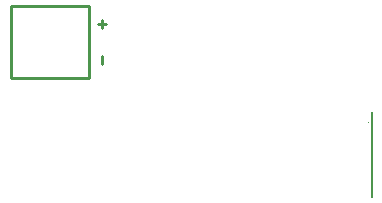
<source format=gto>
G04 Layer_Color=65535*
%FSLAX25Y25*%
%MOIN*%
G70*
G01*
G75*
%ADD19C,0.01000*%
%ADD22C,0.00500*%
G36*
X121037Y56863D02*
X120500D01*
Y57400D01*
X121037D01*
Y56863D01*
D02*
G37*
D19*
X27500Y71900D02*
Y95900D01*
X1500Y71900D02*
X27500D01*
X1500D02*
Y95900D01*
X27500D01*
X31999Y91400D02*
Y88734D01*
X33332Y90067D02*
X30666D01*
X31999Y79400D02*
Y76734D01*
D22*
X122100Y32200D02*
Y60700D01*
Y32200D02*
Y60700D01*
M02*

</source>
